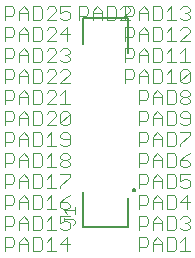
<source format=gto>
G75*
%MOIN*%
%OFA0B0*%
%FSLAX25Y25*%
%IPPOS*%
%LPD*%
%AMOC8*
5,1,8,0,0,1.08239X$1,22.5*
%
%ADD10C,0.00500*%
%ADD11C,0.00300*%
%ADD12C,0.00787*%
%ADD13C,0.00400*%
D10*
X0028757Y0010974D02*
X0028757Y0022588D01*
X0028757Y0010974D02*
X0043718Y0010974D01*
X0043718Y0020619D01*
X0043718Y0069045D02*
X0043718Y0080659D01*
X0043623Y0080659D02*
X0028757Y0080659D01*
X0028757Y0071997D01*
D11*
X0026041Y0017781D02*
X0026041Y0015308D01*
X0026041Y0016544D02*
X0022332Y0016544D01*
X0023568Y0015308D01*
X0022332Y0014092D02*
X0022332Y0012856D01*
X0022332Y0013474D02*
X0025423Y0013474D01*
X0026041Y0012856D01*
X0026041Y0012237D01*
X0025423Y0011619D01*
D12*
X0045320Y0023178D02*
X0045322Y0023217D01*
X0045328Y0023256D01*
X0045338Y0023294D01*
X0045351Y0023331D01*
X0045368Y0023366D01*
X0045388Y0023400D01*
X0045412Y0023431D01*
X0045439Y0023460D01*
X0045468Y0023486D01*
X0045500Y0023509D01*
X0045534Y0023529D01*
X0045570Y0023545D01*
X0045607Y0023557D01*
X0045646Y0023566D01*
X0045685Y0023571D01*
X0045724Y0023572D01*
X0045763Y0023569D01*
X0045802Y0023562D01*
X0045839Y0023551D01*
X0045876Y0023537D01*
X0045911Y0023519D01*
X0045944Y0023498D01*
X0045975Y0023473D01*
X0046003Y0023446D01*
X0046028Y0023416D01*
X0046050Y0023383D01*
X0046069Y0023349D01*
X0046084Y0023313D01*
X0046096Y0023275D01*
X0046104Y0023237D01*
X0046108Y0023198D01*
X0046108Y0023158D01*
X0046104Y0023119D01*
X0046096Y0023081D01*
X0046084Y0023043D01*
X0046069Y0023007D01*
X0046050Y0022973D01*
X0046028Y0022940D01*
X0046003Y0022910D01*
X0045975Y0022883D01*
X0045944Y0022858D01*
X0045911Y0022837D01*
X0045876Y0022819D01*
X0045839Y0022805D01*
X0045802Y0022794D01*
X0045763Y0022787D01*
X0045724Y0022784D01*
X0045685Y0022785D01*
X0045646Y0022790D01*
X0045607Y0022799D01*
X0045570Y0022811D01*
X0045534Y0022827D01*
X0045500Y0022847D01*
X0045468Y0022870D01*
X0045439Y0022896D01*
X0045412Y0022925D01*
X0045388Y0022956D01*
X0045368Y0022990D01*
X0045351Y0023025D01*
X0045338Y0023062D01*
X0045328Y0023100D01*
X0045322Y0023139D01*
X0045320Y0023178D01*
D13*
X0002867Y0007471D02*
X0002867Y0002867D01*
X0002867Y0004401D02*
X0005169Y0004401D01*
X0005936Y0005169D01*
X0005936Y0006703D01*
X0005169Y0007471D01*
X0002867Y0007471D01*
X0002867Y0009867D02*
X0002867Y0014471D01*
X0005169Y0014471D01*
X0005936Y0013703D01*
X0005936Y0012169D01*
X0005169Y0011401D01*
X0002867Y0011401D01*
X0007471Y0012169D02*
X0010540Y0012169D01*
X0010540Y0012936D02*
X0010540Y0009867D01*
X0012075Y0009867D02*
X0014376Y0009867D01*
X0015144Y0010634D01*
X0015144Y0013703D01*
X0014376Y0014471D01*
X0012075Y0014471D01*
X0012075Y0009867D01*
X0012075Y0007471D02*
X0014376Y0007471D01*
X0015144Y0006703D01*
X0015144Y0003634D01*
X0014376Y0002867D01*
X0012075Y0002867D01*
X0012075Y0007471D01*
X0010540Y0005936D02*
X0010540Y0002867D01*
X0010540Y0005169D02*
X0007471Y0005169D01*
X0007471Y0005936D02*
X0009005Y0007471D01*
X0010540Y0005936D01*
X0007471Y0005936D02*
X0007471Y0002867D01*
X0007471Y0009867D02*
X0007471Y0012936D01*
X0009005Y0014471D01*
X0010540Y0012936D01*
X0010540Y0016867D02*
X0010540Y0019936D01*
X0009005Y0021471D01*
X0007471Y0019936D01*
X0007471Y0016867D01*
X0007471Y0019169D02*
X0010540Y0019169D01*
X0012075Y0021471D02*
X0014376Y0021471D01*
X0015144Y0020703D01*
X0015144Y0017634D01*
X0014376Y0016867D01*
X0012075Y0016867D01*
X0012075Y0021471D01*
X0012075Y0023867D02*
X0014376Y0023867D01*
X0015144Y0024634D01*
X0015144Y0027703D01*
X0014376Y0028471D01*
X0012075Y0028471D01*
X0012075Y0023867D01*
X0010540Y0023867D02*
X0010540Y0026936D01*
X0009005Y0028471D01*
X0007471Y0026936D01*
X0007471Y0023867D01*
X0007471Y0026169D02*
X0010540Y0026169D01*
X0010540Y0030867D02*
X0010540Y0033936D01*
X0009005Y0035471D01*
X0007471Y0033936D01*
X0007471Y0030867D01*
X0007471Y0033169D02*
X0010540Y0033169D01*
X0012075Y0035471D02*
X0012075Y0030867D01*
X0014376Y0030867D01*
X0015144Y0031634D01*
X0015144Y0034703D01*
X0014376Y0035471D01*
X0012075Y0035471D01*
X0012075Y0037867D02*
X0014376Y0037867D01*
X0015144Y0038634D01*
X0015144Y0041703D01*
X0014376Y0042471D01*
X0012075Y0042471D01*
X0012075Y0037867D01*
X0010540Y0037867D02*
X0010540Y0040936D01*
X0009005Y0042471D01*
X0007471Y0040936D01*
X0007471Y0037867D01*
X0007471Y0040169D02*
X0010540Y0040169D01*
X0010540Y0044867D02*
X0010540Y0047936D01*
X0009005Y0049471D01*
X0007471Y0047936D01*
X0007471Y0044867D01*
X0007471Y0047169D02*
X0010540Y0047169D01*
X0012075Y0049471D02*
X0014376Y0049471D01*
X0015144Y0048703D01*
X0015144Y0045634D01*
X0014376Y0044867D01*
X0012075Y0044867D01*
X0012075Y0049471D01*
X0012075Y0051867D02*
X0014376Y0051867D01*
X0015144Y0052634D01*
X0015144Y0055703D01*
X0014376Y0056471D01*
X0012075Y0056471D01*
X0012075Y0051867D01*
X0010540Y0051867D02*
X0010540Y0054936D01*
X0009005Y0056471D01*
X0007471Y0054936D01*
X0007471Y0051867D01*
X0007471Y0054169D02*
X0010540Y0054169D01*
X0010540Y0058867D02*
X0010540Y0061936D01*
X0009005Y0063471D01*
X0007471Y0061936D01*
X0007471Y0058867D01*
X0007471Y0061169D02*
X0010540Y0061169D01*
X0012075Y0063471D02*
X0012075Y0058867D01*
X0014376Y0058867D01*
X0015144Y0059634D01*
X0015144Y0062703D01*
X0014376Y0063471D01*
X0012075Y0063471D01*
X0012075Y0065867D02*
X0014376Y0065867D01*
X0015144Y0066634D01*
X0015144Y0069703D01*
X0014376Y0070471D01*
X0012075Y0070471D01*
X0012075Y0065867D01*
X0010540Y0065867D02*
X0010540Y0068936D01*
X0009005Y0070471D01*
X0007471Y0068936D01*
X0007471Y0065867D01*
X0007471Y0068169D02*
X0010540Y0068169D01*
X0010540Y0072867D02*
X0010540Y0075936D01*
X0009005Y0077471D01*
X0007471Y0075936D01*
X0007471Y0072867D01*
X0007471Y0075169D02*
X0010540Y0075169D01*
X0012075Y0077471D02*
X0014376Y0077471D01*
X0015144Y0076703D01*
X0015144Y0073634D01*
X0014376Y0072867D01*
X0012075Y0072867D01*
X0012075Y0077471D01*
X0012075Y0079867D02*
X0014376Y0079867D01*
X0015144Y0080634D01*
X0015144Y0083703D01*
X0014376Y0084471D01*
X0012075Y0084471D01*
X0012075Y0079867D01*
X0010540Y0079867D02*
X0010540Y0082936D01*
X0009005Y0084471D01*
X0007471Y0082936D01*
X0007471Y0079867D01*
X0007471Y0082169D02*
X0010540Y0082169D01*
X0005936Y0082169D02*
X0005169Y0081401D01*
X0002867Y0081401D01*
X0002867Y0079867D02*
X0002867Y0084471D01*
X0005169Y0084471D01*
X0005936Y0083703D01*
X0005936Y0082169D01*
X0005169Y0077471D02*
X0002867Y0077471D01*
X0002867Y0072867D01*
X0002867Y0074401D02*
X0005169Y0074401D01*
X0005936Y0075169D01*
X0005936Y0076703D01*
X0005169Y0077471D01*
X0005169Y0070471D02*
X0002867Y0070471D01*
X0002867Y0065867D01*
X0002867Y0067401D02*
X0005169Y0067401D01*
X0005936Y0068169D01*
X0005936Y0069703D01*
X0005169Y0070471D01*
X0005169Y0063471D02*
X0002867Y0063471D01*
X0002867Y0058867D01*
X0002867Y0060401D02*
X0005169Y0060401D01*
X0005936Y0061169D01*
X0005936Y0062703D01*
X0005169Y0063471D01*
X0005169Y0056471D02*
X0002867Y0056471D01*
X0002867Y0051867D01*
X0002867Y0053401D02*
X0005169Y0053401D01*
X0005936Y0054169D01*
X0005936Y0055703D01*
X0005169Y0056471D01*
X0005169Y0049471D02*
X0002867Y0049471D01*
X0002867Y0044867D01*
X0002867Y0046401D02*
X0005169Y0046401D01*
X0005936Y0047169D01*
X0005936Y0048703D01*
X0005169Y0049471D01*
X0005169Y0042471D02*
X0002867Y0042471D01*
X0002867Y0037867D01*
X0002867Y0039401D02*
X0005169Y0039401D01*
X0005936Y0040169D01*
X0005936Y0041703D01*
X0005169Y0042471D01*
X0005169Y0035471D02*
X0002867Y0035471D01*
X0002867Y0030867D01*
X0002867Y0032401D02*
X0005169Y0032401D01*
X0005936Y0033169D01*
X0005936Y0034703D01*
X0005169Y0035471D01*
X0005169Y0028471D02*
X0002867Y0028471D01*
X0002867Y0023867D01*
X0002867Y0025401D02*
X0005169Y0025401D01*
X0005936Y0026169D01*
X0005936Y0027703D01*
X0005169Y0028471D01*
X0005169Y0021471D02*
X0002867Y0021471D01*
X0002867Y0016867D01*
X0002867Y0018401D02*
X0005169Y0018401D01*
X0005936Y0019169D01*
X0005936Y0020703D01*
X0005169Y0021471D01*
X0016678Y0019936D02*
X0018213Y0021471D01*
X0018213Y0016867D01*
X0016678Y0016867D02*
X0019748Y0016867D01*
X0021282Y0017634D02*
X0022050Y0016867D01*
X0023584Y0016867D01*
X0024352Y0017634D01*
X0024352Y0018401D01*
X0023584Y0019169D01*
X0021282Y0019169D01*
X0021282Y0017634D01*
X0021282Y0019169D02*
X0022817Y0020703D01*
X0024352Y0021471D01*
X0021282Y0023867D02*
X0021282Y0024634D01*
X0024352Y0027703D01*
X0024352Y0028471D01*
X0021282Y0028471D01*
X0022050Y0030867D02*
X0021282Y0031634D01*
X0021282Y0032401D01*
X0022050Y0033169D01*
X0023584Y0033169D01*
X0024352Y0032401D01*
X0024352Y0031634D01*
X0023584Y0030867D01*
X0022050Y0030867D01*
X0022050Y0033169D02*
X0021282Y0033936D01*
X0021282Y0034703D01*
X0022050Y0035471D01*
X0023584Y0035471D01*
X0024352Y0034703D01*
X0024352Y0033936D01*
X0023584Y0033169D01*
X0023584Y0037867D02*
X0022050Y0037867D01*
X0021282Y0038634D01*
X0022050Y0040169D02*
X0024352Y0040169D01*
X0024352Y0041703D02*
X0023584Y0042471D01*
X0022050Y0042471D01*
X0021282Y0041703D01*
X0021282Y0040936D01*
X0022050Y0040169D01*
X0023584Y0037867D02*
X0024352Y0038634D01*
X0024352Y0041703D01*
X0023584Y0044867D02*
X0022050Y0044867D01*
X0021282Y0045634D01*
X0024352Y0048703D01*
X0024352Y0045634D01*
X0023584Y0044867D01*
X0021282Y0045634D02*
X0021282Y0048703D01*
X0022050Y0049471D01*
X0023584Y0049471D01*
X0024352Y0048703D01*
X0024352Y0051867D02*
X0021282Y0051867D01*
X0022817Y0051867D02*
X0022817Y0056471D01*
X0021282Y0054936D01*
X0019748Y0054936D02*
X0019748Y0055703D01*
X0018980Y0056471D01*
X0017446Y0056471D01*
X0016678Y0055703D01*
X0016678Y0058867D02*
X0019748Y0061936D01*
X0019748Y0062703D01*
X0018980Y0063471D01*
X0017446Y0063471D01*
X0016678Y0062703D01*
X0016678Y0065867D02*
X0019748Y0068936D01*
X0019748Y0069703D01*
X0018980Y0070471D01*
X0017446Y0070471D01*
X0016678Y0069703D01*
X0016678Y0072867D02*
X0019748Y0075936D01*
X0019748Y0076703D01*
X0018980Y0077471D01*
X0017446Y0077471D01*
X0016678Y0076703D01*
X0016678Y0079867D02*
X0019748Y0082936D01*
X0019748Y0083703D01*
X0018980Y0084471D01*
X0017446Y0084471D01*
X0016678Y0083703D01*
X0016678Y0079867D02*
X0019748Y0079867D01*
X0021282Y0080634D02*
X0022050Y0079867D01*
X0023584Y0079867D01*
X0024352Y0080634D01*
X0024352Y0082169D01*
X0023584Y0082936D01*
X0022817Y0082936D01*
X0021282Y0082169D01*
X0021282Y0084471D01*
X0024352Y0084471D01*
X0027471Y0084471D02*
X0029773Y0084471D01*
X0030540Y0083703D01*
X0030540Y0082169D01*
X0029773Y0081401D01*
X0027471Y0081401D01*
X0027471Y0079867D02*
X0027471Y0084471D01*
X0032075Y0082936D02*
X0032075Y0079867D01*
X0032075Y0082169D02*
X0035144Y0082169D01*
X0035144Y0082936D02*
X0035144Y0079867D01*
X0036678Y0079867D02*
X0038980Y0079867D01*
X0039748Y0080634D01*
X0039748Y0083703D01*
X0038980Y0084471D01*
X0036678Y0084471D01*
X0036678Y0079867D01*
X0035144Y0082936D02*
X0033609Y0084471D01*
X0032075Y0082936D01*
X0024352Y0075169D02*
X0021282Y0075169D01*
X0023584Y0077471D01*
X0023584Y0072867D01*
X0023584Y0070471D02*
X0022050Y0070471D01*
X0021282Y0069703D01*
X0022817Y0068169D02*
X0023584Y0068169D01*
X0024352Y0067401D01*
X0024352Y0066634D01*
X0023584Y0065867D01*
X0022050Y0065867D01*
X0021282Y0066634D01*
X0019748Y0065867D02*
X0016678Y0065867D01*
X0021282Y0062703D02*
X0022050Y0063471D01*
X0023584Y0063471D01*
X0024352Y0062703D01*
X0024352Y0061936D01*
X0021282Y0058867D01*
X0024352Y0058867D01*
X0019748Y0058867D02*
X0016678Y0058867D01*
X0019748Y0054936D02*
X0016678Y0051867D01*
X0019748Y0051867D01*
X0018980Y0049471D02*
X0017446Y0049471D01*
X0016678Y0048703D01*
X0018980Y0049471D02*
X0019748Y0048703D01*
X0019748Y0047936D01*
X0016678Y0044867D01*
X0019748Y0044867D01*
X0018213Y0042471D02*
X0018213Y0037867D01*
X0016678Y0037867D02*
X0019748Y0037867D01*
X0018213Y0035471D02*
X0018213Y0030867D01*
X0016678Y0030867D02*
X0019748Y0030867D01*
X0018213Y0028471D02*
X0018213Y0023867D01*
X0016678Y0023867D02*
X0019748Y0023867D01*
X0016678Y0026936D02*
X0018213Y0028471D01*
X0016678Y0033936D02*
X0018213Y0035471D01*
X0016678Y0040936D02*
X0018213Y0042471D01*
X0023584Y0068169D02*
X0024352Y0068936D01*
X0024352Y0069703D01*
X0023584Y0070471D01*
X0019748Y0072867D02*
X0016678Y0072867D01*
X0041282Y0079867D02*
X0044352Y0082936D01*
X0044352Y0083703D01*
X0043584Y0084471D01*
X0042050Y0084471D01*
X0041282Y0083703D01*
X0042867Y0084471D02*
X0045169Y0084471D01*
X0045936Y0083703D01*
X0045936Y0082169D01*
X0045169Y0081401D01*
X0042867Y0081401D01*
X0042867Y0079867D02*
X0042867Y0084471D01*
X0044352Y0079867D02*
X0041282Y0079867D01*
X0042867Y0077471D02*
X0045169Y0077471D01*
X0045936Y0076703D01*
X0045936Y0075169D01*
X0045169Y0074401D01*
X0042867Y0074401D01*
X0042867Y0072867D02*
X0042867Y0077471D01*
X0047471Y0075936D02*
X0047471Y0072867D01*
X0047471Y0075169D02*
X0050540Y0075169D01*
X0050540Y0075936D02*
X0050540Y0072867D01*
X0052075Y0072867D02*
X0054376Y0072867D01*
X0055144Y0073634D01*
X0055144Y0076703D01*
X0054376Y0077471D01*
X0052075Y0077471D01*
X0052075Y0072867D01*
X0052075Y0070471D02*
X0054376Y0070471D01*
X0055144Y0069703D01*
X0055144Y0066634D01*
X0054376Y0065867D01*
X0052075Y0065867D01*
X0052075Y0070471D01*
X0050540Y0068936D02*
X0050540Y0065867D01*
X0050540Y0068169D02*
X0047471Y0068169D01*
X0047471Y0068936D02*
X0049005Y0070471D01*
X0050540Y0068936D01*
X0047471Y0068936D02*
X0047471Y0065867D01*
X0045936Y0068169D02*
X0045169Y0067401D01*
X0042867Y0067401D01*
X0042867Y0065867D02*
X0042867Y0070471D01*
X0045169Y0070471D01*
X0045936Y0069703D01*
X0045936Y0068169D01*
X0045169Y0063471D02*
X0042867Y0063471D01*
X0042867Y0058867D01*
X0042867Y0060401D02*
X0045169Y0060401D01*
X0045936Y0061169D01*
X0045936Y0062703D01*
X0045169Y0063471D01*
X0047471Y0061936D02*
X0049005Y0063471D01*
X0050540Y0061936D01*
X0050540Y0058867D01*
X0052075Y0058867D02*
X0054376Y0058867D01*
X0055144Y0059634D01*
X0055144Y0062703D01*
X0054376Y0063471D01*
X0052075Y0063471D01*
X0052075Y0058867D01*
X0053609Y0056471D02*
X0055144Y0054936D01*
X0055144Y0051867D01*
X0056678Y0051867D02*
X0058980Y0051867D01*
X0059748Y0052634D01*
X0059748Y0055703D01*
X0058980Y0056471D01*
X0056678Y0056471D01*
X0056678Y0051867D01*
X0056678Y0049471D02*
X0058980Y0049471D01*
X0059748Y0048703D01*
X0059748Y0045634D01*
X0058980Y0044867D01*
X0056678Y0044867D01*
X0056678Y0049471D01*
X0055144Y0047936D02*
X0055144Y0044867D01*
X0055144Y0047169D02*
X0052075Y0047169D01*
X0052075Y0047936D02*
X0053609Y0049471D01*
X0055144Y0047936D01*
X0052075Y0047936D02*
X0052075Y0044867D01*
X0050540Y0047169D02*
X0049773Y0046401D01*
X0047471Y0046401D01*
X0047471Y0044867D02*
X0047471Y0049471D01*
X0049773Y0049471D01*
X0050540Y0048703D01*
X0050540Y0047169D01*
X0049773Y0042471D02*
X0047471Y0042471D01*
X0047471Y0037867D01*
X0047471Y0039401D02*
X0049773Y0039401D01*
X0050540Y0040169D01*
X0050540Y0041703D01*
X0049773Y0042471D01*
X0052075Y0040936D02*
X0053609Y0042471D01*
X0055144Y0040936D01*
X0055144Y0037867D01*
X0056678Y0037867D02*
X0058980Y0037867D01*
X0059748Y0038634D01*
X0059748Y0041703D01*
X0058980Y0042471D01*
X0056678Y0042471D01*
X0056678Y0037867D01*
X0055144Y0040169D02*
X0052075Y0040169D01*
X0052075Y0040936D02*
X0052075Y0037867D01*
X0053609Y0035471D02*
X0055144Y0033936D01*
X0055144Y0030867D01*
X0056678Y0030867D02*
X0058980Y0030867D01*
X0059748Y0031634D01*
X0059748Y0034703D01*
X0058980Y0035471D01*
X0056678Y0035471D01*
X0056678Y0030867D01*
X0056678Y0028471D02*
X0058980Y0028471D01*
X0059748Y0027703D01*
X0059748Y0024634D01*
X0058980Y0023867D01*
X0056678Y0023867D01*
X0056678Y0028471D01*
X0055144Y0026936D02*
X0055144Y0023867D01*
X0056678Y0021471D02*
X0058980Y0021471D01*
X0059748Y0020703D01*
X0059748Y0017634D01*
X0058980Y0016867D01*
X0056678Y0016867D01*
X0056678Y0021471D01*
X0055144Y0019936D02*
X0055144Y0016867D01*
X0055144Y0019169D02*
X0052075Y0019169D01*
X0052075Y0019936D02*
X0053609Y0021471D01*
X0055144Y0019936D01*
X0052075Y0019936D02*
X0052075Y0016867D01*
X0050540Y0019169D02*
X0049773Y0018401D01*
X0047471Y0018401D01*
X0047471Y0016867D02*
X0047471Y0021471D01*
X0049773Y0021471D01*
X0050540Y0020703D01*
X0050540Y0019169D01*
X0049773Y0014471D02*
X0047471Y0014471D01*
X0047471Y0009867D01*
X0047471Y0011401D02*
X0049773Y0011401D01*
X0050540Y0012169D01*
X0050540Y0013703D01*
X0049773Y0014471D01*
X0052075Y0012936D02*
X0053609Y0014471D01*
X0055144Y0012936D01*
X0055144Y0009867D01*
X0056678Y0009867D02*
X0058980Y0009867D01*
X0059748Y0010634D01*
X0059748Y0013703D01*
X0058980Y0014471D01*
X0056678Y0014471D01*
X0056678Y0009867D01*
X0055144Y0012169D02*
X0052075Y0012169D01*
X0052075Y0012936D02*
X0052075Y0009867D01*
X0053609Y0007471D02*
X0055144Y0005936D01*
X0055144Y0002867D01*
X0056678Y0002867D02*
X0058980Y0002867D01*
X0059748Y0003634D01*
X0059748Y0006703D01*
X0058980Y0007471D01*
X0056678Y0007471D01*
X0056678Y0002867D01*
X0055144Y0005169D02*
X0052075Y0005169D01*
X0052075Y0005936D02*
X0053609Y0007471D01*
X0052075Y0005936D02*
X0052075Y0002867D01*
X0050540Y0005169D02*
X0049773Y0004401D01*
X0047471Y0004401D01*
X0047471Y0002867D02*
X0047471Y0007471D01*
X0049773Y0007471D01*
X0050540Y0006703D01*
X0050540Y0005169D01*
X0061282Y0005936D02*
X0062817Y0007471D01*
X0062817Y0002867D01*
X0061282Y0002867D02*
X0064352Y0002867D01*
X0063584Y0009867D02*
X0062050Y0009867D01*
X0061282Y0010634D01*
X0062817Y0012169D02*
X0063584Y0012169D01*
X0064352Y0011401D01*
X0064352Y0010634D01*
X0063584Y0009867D01*
X0063584Y0012169D02*
X0064352Y0012936D01*
X0064352Y0013703D01*
X0063584Y0014471D01*
X0062050Y0014471D01*
X0061282Y0013703D01*
X0063584Y0016867D02*
X0063584Y0021471D01*
X0061282Y0019169D01*
X0064352Y0019169D01*
X0063584Y0023867D02*
X0062050Y0023867D01*
X0061282Y0024634D01*
X0061282Y0026169D02*
X0062817Y0026936D01*
X0063584Y0026936D01*
X0064352Y0026169D01*
X0064352Y0024634D01*
X0063584Y0023867D01*
X0061282Y0026169D02*
X0061282Y0028471D01*
X0064352Y0028471D01*
X0063584Y0030867D02*
X0064352Y0031634D01*
X0064352Y0032401D01*
X0063584Y0033169D01*
X0061282Y0033169D01*
X0061282Y0031634D01*
X0062050Y0030867D01*
X0063584Y0030867D01*
X0061282Y0033169D02*
X0062817Y0034703D01*
X0064352Y0035471D01*
X0061282Y0037867D02*
X0061282Y0038634D01*
X0064352Y0041703D01*
X0064352Y0042471D01*
X0061282Y0042471D01*
X0062050Y0044867D02*
X0063584Y0044867D01*
X0064352Y0045634D01*
X0064352Y0048703D01*
X0063584Y0049471D01*
X0062050Y0049471D01*
X0061282Y0048703D01*
X0061282Y0047936D01*
X0062050Y0047169D01*
X0064352Y0047169D01*
X0062050Y0044867D02*
X0061282Y0045634D01*
X0062050Y0051867D02*
X0061282Y0052634D01*
X0061282Y0053401D01*
X0062050Y0054169D01*
X0063584Y0054169D01*
X0064352Y0053401D01*
X0064352Y0052634D01*
X0063584Y0051867D01*
X0062050Y0051867D01*
X0062050Y0054169D02*
X0061282Y0054936D01*
X0061282Y0055703D01*
X0062050Y0056471D01*
X0063584Y0056471D01*
X0064352Y0055703D01*
X0064352Y0054936D01*
X0063584Y0054169D01*
X0063584Y0058867D02*
X0062050Y0058867D01*
X0061282Y0059634D01*
X0064352Y0062703D01*
X0064352Y0059634D01*
X0063584Y0058867D01*
X0061282Y0059634D02*
X0061282Y0062703D01*
X0062050Y0063471D01*
X0063584Y0063471D01*
X0064352Y0062703D01*
X0064352Y0065867D02*
X0061282Y0065867D01*
X0059748Y0065867D02*
X0056678Y0065867D01*
X0058213Y0065867D02*
X0058213Y0070471D01*
X0056678Y0068936D01*
X0056678Y0072867D02*
X0059748Y0072867D01*
X0061282Y0072867D02*
X0064352Y0075936D01*
X0064352Y0076703D01*
X0063584Y0077471D01*
X0062050Y0077471D01*
X0061282Y0076703D01*
X0062050Y0079867D02*
X0061282Y0080634D01*
X0062050Y0079867D02*
X0063584Y0079867D01*
X0064352Y0080634D01*
X0064352Y0081401D01*
X0063584Y0082169D01*
X0062817Y0082169D01*
X0063584Y0082169D02*
X0064352Y0082936D01*
X0064352Y0083703D01*
X0063584Y0084471D01*
X0062050Y0084471D01*
X0061282Y0083703D01*
X0058213Y0084471D02*
X0058213Y0079867D01*
X0056678Y0079867D02*
X0059748Y0079867D01*
X0058213Y0077471D02*
X0058213Y0072867D01*
X0056678Y0075936D02*
X0058213Y0077471D01*
X0055144Y0080634D02*
X0055144Y0083703D01*
X0054376Y0084471D01*
X0052075Y0084471D01*
X0052075Y0079867D01*
X0054376Y0079867D01*
X0055144Y0080634D01*
X0056678Y0082936D02*
X0058213Y0084471D01*
X0050540Y0082936D02*
X0050540Y0079867D01*
X0050540Y0082169D02*
X0047471Y0082169D01*
X0047471Y0082936D02*
X0049005Y0084471D01*
X0050540Y0082936D01*
X0047471Y0082936D02*
X0047471Y0079867D01*
X0049005Y0077471D02*
X0050540Y0075936D01*
X0049005Y0077471D02*
X0047471Y0075936D01*
X0047471Y0061936D02*
X0047471Y0058867D01*
X0047471Y0056471D02*
X0049773Y0056471D01*
X0050540Y0055703D01*
X0050540Y0054169D01*
X0049773Y0053401D01*
X0047471Y0053401D01*
X0047471Y0051867D02*
X0047471Y0056471D01*
X0047471Y0061169D02*
X0050540Y0061169D01*
X0053609Y0056471D02*
X0052075Y0054936D01*
X0052075Y0051867D01*
X0052075Y0054169D02*
X0055144Y0054169D01*
X0056678Y0058867D02*
X0059748Y0058867D01*
X0058213Y0058867D02*
X0058213Y0063471D01*
X0056678Y0061936D01*
X0061282Y0068936D02*
X0062817Y0070471D01*
X0062817Y0065867D01*
X0064352Y0072867D02*
X0061282Y0072867D01*
X0053609Y0035471D02*
X0052075Y0033936D01*
X0052075Y0030867D01*
X0053609Y0028471D02*
X0055144Y0026936D01*
X0055144Y0026169D02*
X0052075Y0026169D01*
X0052075Y0026936D02*
X0053609Y0028471D01*
X0052075Y0026936D02*
X0052075Y0023867D01*
X0050540Y0026169D02*
X0049773Y0025401D01*
X0047471Y0025401D01*
X0047471Y0023867D02*
X0047471Y0028471D01*
X0049773Y0028471D01*
X0050540Y0027703D01*
X0050540Y0026169D01*
X0047471Y0030867D02*
X0047471Y0035471D01*
X0049773Y0035471D01*
X0050540Y0034703D01*
X0050540Y0033169D01*
X0049773Y0032401D01*
X0047471Y0032401D01*
X0052075Y0033169D02*
X0055144Y0033169D01*
X0024352Y0014471D02*
X0021282Y0014471D01*
X0021282Y0012169D01*
X0022817Y0012936D01*
X0023584Y0012936D01*
X0024352Y0012169D01*
X0024352Y0010634D01*
X0023584Y0009867D01*
X0022050Y0009867D01*
X0021282Y0010634D01*
X0019748Y0009867D02*
X0016678Y0009867D01*
X0018213Y0009867D02*
X0018213Y0014471D01*
X0016678Y0012936D01*
X0018213Y0007471D02*
X0018213Y0002867D01*
X0016678Y0002867D02*
X0019748Y0002867D01*
X0021282Y0005169D02*
X0024352Y0005169D01*
X0023584Y0007471D02*
X0021282Y0005169D01*
X0023584Y0002867D02*
X0023584Y0007471D01*
X0018213Y0007471D02*
X0016678Y0005936D01*
M02*

</source>
